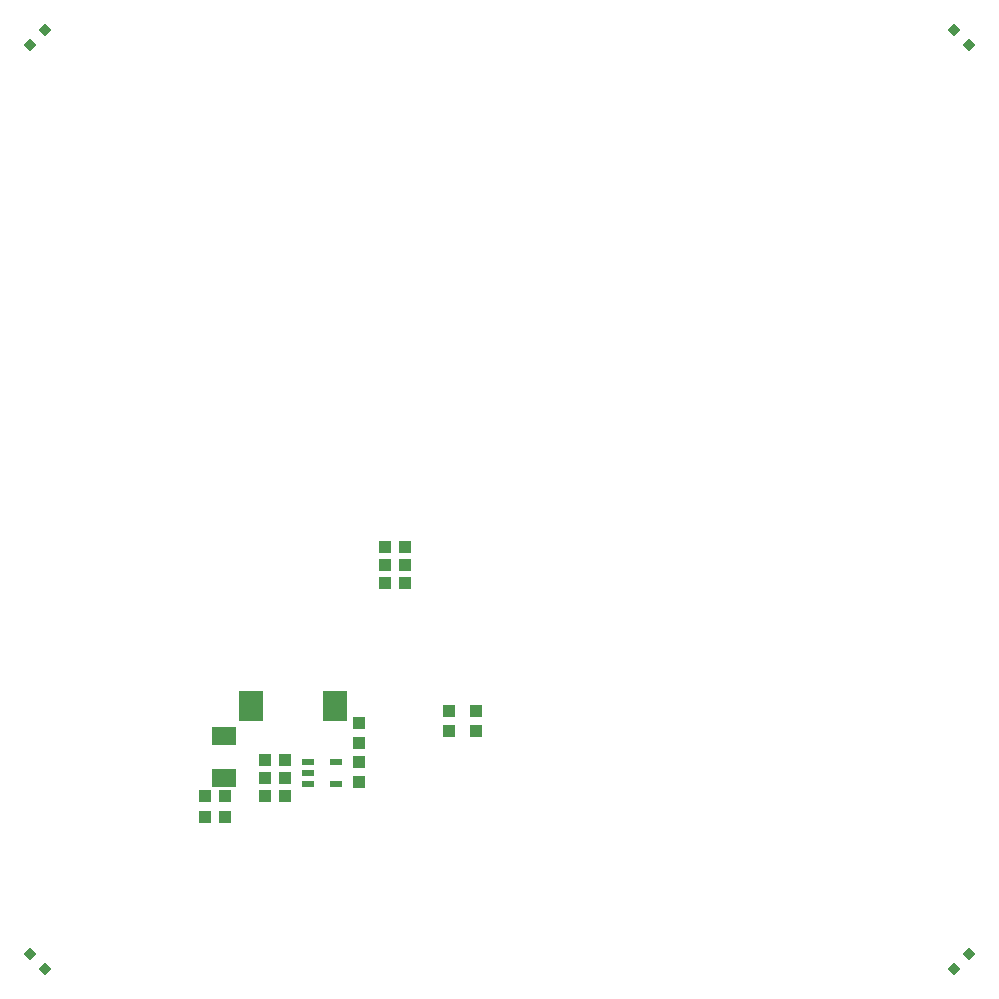
<source format=gbp>
G04 Layer_Color=128*
%FSLAX25Y25*%
%MOIN*%
G70*
G01*
G75*
%ADD14R,0.03937X0.04331*%
%ADD17R,0.03937X0.01969*%
%ADD27R,0.04331X0.03937*%
%ADD28P,0.04454X4X360.0*%
%ADD29P,0.04454X4X270.0*%
%ADD46R,0.07874X0.09843*%
%ADD47R,0.07874X0.05906*%
D14*
X-8000Y-70653D02*
D03*
Y-77346D02*
D03*
X-17000Y-77346D02*
D03*
Y-70653D02*
D03*
X-47000Y-94346D02*
D03*
Y-87653D02*
D03*
Y-74654D02*
D03*
Y-81346D02*
D03*
D17*
X-54551Y-87520D02*
D03*
Y-95000D02*
D03*
X-64000Y-91260D02*
D03*
Y-95000D02*
D03*
Y-87520D02*
D03*
D27*
X-31653Y-22000D02*
D03*
X-38346D02*
D03*
Y-16000D02*
D03*
X-31653D02*
D03*
X-38346Y-28000D02*
D03*
X-31654D02*
D03*
X-71653Y-99000D02*
D03*
X-78347D02*
D03*
X-71653Y-93000D02*
D03*
X-78347D02*
D03*
Y-87000D02*
D03*
X-71653D02*
D03*
X-91654Y-99000D02*
D03*
X-98347D02*
D03*
X-91654Y-106000D02*
D03*
X-98347D02*
D03*
D28*
X156366Y151634D02*
D03*
X151634Y156366D02*
D03*
X-156366Y-151634D02*
D03*
X-151634Y-156366D02*
D03*
D29*
X156366Y-151634D02*
D03*
X151634Y-156366D02*
D03*
X-156366Y151634D02*
D03*
X-151634Y156366D02*
D03*
D46*
X-55000Y-69000D02*
D03*
X-83000D02*
D03*
D47*
X-92000Y-79000D02*
D03*
Y-92779D02*
D03*
M02*

</source>
